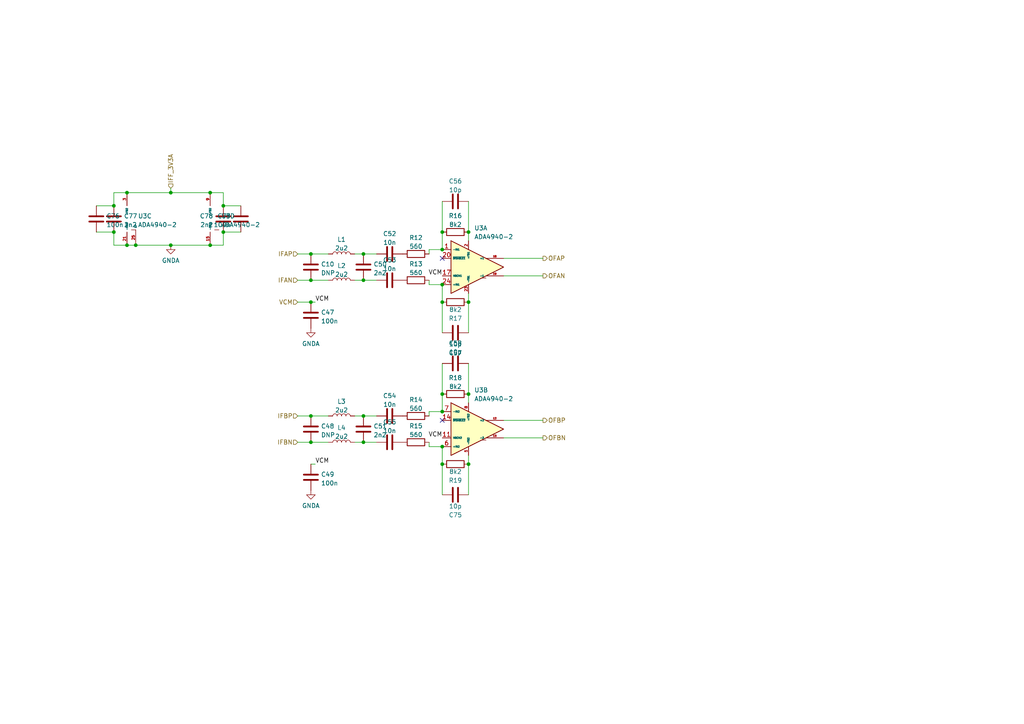
<source format=kicad_sch>
(kicad_sch (version 20230121) (generator eeschema)
  (paper "A4")
  (lib_symbols
    (symbol "Amplifier_Difference:ADA4940-2"
      (property "Reference" "U" (at 5.08 5.08 0))
      (property "Value" "ADA4940-2" (at 8.89 -5.08 0))
      (symbol "ADA4940-2_0_1"
        (polyline (pts (xy 5.08 -3.175) (xy 3.81 -3.175)))
      )
      (symbol "ADA4940-2_1_1"
        (polyline (pts (xy -5.08 7.62) (xy -5.08 -7.62) (xy 10.16 0) (xy -5.08 7.62)) (stroke (width 0.254)) (fill (type background)))
        (pin input line (at -7.62 5.08 0) (length 2.54) (name "-IN1") (number "1"))
        (pin input line (at -7.62 -2.54 0) (length 2.54) (name "VOCM1") (number "17"))
        (pin output line (at 10.16 2.54 180) (length 5.08) (name "+1") (number "18"))
        (pin output line (at 10.16 -2.54 180) (length 5.08) (name "-1") (number "19"))
        (pin input line (at 0 7.62 270) (length 2.54) (name "+FB1") (number "2"))
        (pin input line (at -7.62 2.54 0) (length 2.54) (name "~{DISABLE1}") (number "20"))
        (pin input line (at 0 -7.62 90) (length 2.54) (name "-FB1") (number "23"))
        (pin input line (at -7.62 -5.08 0) (length 2.54) (name "+IN1") (number "24"))
      )
      (symbol "ADA4940-2_2_1"
        (polyline (pts (xy -5.08 7.62) (xy -5.08 -7.62) (xy 10.16 0) (xy -5.08 7.62)) (stroke (width 0.254)) (fill (type background)))
        (pin input line (at -7.62 -2.54 0) (length 2.54) (name "VOCM2") (number "11"))
        (pin output line (at 10.16 2.54 180) (length 5.08) (name "+2") (number "12"))
        (pin output line (at 10.16 -2.54 180) (length 5.08) (name "-2") (number "13"))
        (pin input line (at -7.62 2.54 0) (length 2.54) (name "~{DISABLE2}") (number "14"))
        (pin input line (at 0 -7.62 90) (length 2.54) (name "-FB2") (number "5"))
        (pin input line (at -7.62 -5.08 0) (length 2.54) (name "+IN2") (number "6"))
        (pin input line (at -7.62 5.08 0) (length 2.54) (name "-IN2") (number "7"))
        (pin input line (at 0 7.62 270) (length 2.54) (name "+FB2") (number "8"))
      )
      (symbol "ADA4940-2_3_1"
        (pin input line (at 2.54 -7.62 90) (length 3.81) (name "-FB2") (number "21"))
        (pin input line (at 2.54 -7.62 90) (length 3.81) hide (name "-FB2") (number "22"))
        (pin passive line (at 5.08 -7.62 90) (length 4.445) (name "EP") (number "25"))
        (pin input line (at 2.54 7.62 270) (length 3.81) (name "+FB2") (number "3"))
        (pin input line (at 2.54 7.62 270) (length 3.81) hide (name "+FB2") (number "4"))
      )
      (symbol "ADA4940-2_4_1"
        (pin input line (at 2.54 7.62 270) (length 3.81) hide (name "+FB2") (number "10"))
        (pin input line (at 2.54 -7.62 90) (length 3.81) (name "-FB2") (number "15"))
        (pin input line (at 2.54 -7.62 90) (length 3.81) hide (name "-FB2") (number "16"))
        (pin input line (at 2.54 7.62 270) (length 3.81) (name "+FB2") (number "9"))
      )
    )
    (symbol "Device:C" (pin_numbers hide) (pin_names (offset 0.254))
      (property "Reference" "C" (at 0.635 2.54 0))
      (property "Value" "C" (at 0.635 -2.54 0))
      (symbol "C_0_1"
        (polyline (pts (xy -2.032 -0.762) (xy 2.032 -0.762)) (stroke (width 0.508)))
        (polyline (pts (xy -2.032 0.762) (xy 2.032 0.762)) (stroke (width 0.508)))
      )
      (symbol "C_1_1"
        (pin passive line (at 0 3.81 270) (length 2.794) (name "~") (number "1"))
        (pin passive line (at 0 -3.81 90) (length 2.794) (name "~") (number "2"))
      )
    )
    (symbol "Device:L" (pin_numbers hide) (pin_names (offset 1.016) hide)
      (property "Reference" "L" (at -1.27 0 90))
      (property "Value" "L" (at 1.905 0 90))
      (symbol "L_0_1"
        (arc (start 0 -2.54) (mid 0.6323 -1.905) (end 0 -1.27))
        (arc (start 0 -1.27) (mid 0.6323 -0.635) (end 0 0))
        (arc (start 0 0) (mid 0.6323 0.635) (end 0 1.27))
        (arc (start 0 1.27) (mid 0.6323 1.905) (end 0 2.54))
      )
      (symbol "L_1_1"
        (pin passive line (at 0 3.81 270) (length 1.27) (name "1") (number "1"))
        (pin passive line (at 0 -3.81 90) (length 1.27) (name "2") (number "2"))
      )
    )
    (symbol "Device:R" (pin_numbers hide) (pin_names (offset 0))
      (property "Reference" "R" (at 2.032 0 90))
      (property "Value" "R" (at 0 0 90))
      (symbol "R_0_1"
        (rectangle (start -1.016 -2.54) (end 1.016 2.54) (stroke (width 0.254)))
      )
      (symbol "R_1_1"
        (pin passive line (at 0 3.81 270) (length 1.27) (name "~") (number "1"))
        (pin passive line (at 0 -3.81 90) (length 1.27) (name "~") (number "2"))
      )
    )
    (symbol "power:GNDA" (power) (pin_names (offset 0))
      (property "Value" "GNDA" (at 0 -3.81 0))
      (symbol "GNDA_0_1"
        (polyline (pts (xy 0 0) (xy 0 -1.27) (xy 1.27 -1.27) (xy 0 -2.54) (xy -1.27 -1.27) (xy 0 -1.27)))
      )
      (symbol "GNDA_1_1"
        (pin power_in line (at 0 0 270) (length 0) hide (name "GNDA") (number "1"))
      )
    )
  )
  (junction (at 33.02 67.31))
  (junction (at 60.96 55.88))
  (junction (at 90.17 87.63))
  (junction (at 135.89 87.63))
  (junction (at 90.17 128.27))
  (junction (at 128.27 67.31))
  (junction (at 60.96 71.12))
  (junction (at 36.83 55.88))
  (junction (at 64.77 59.69))
  (junction (at 90.17 73.66))
  (junction (at 128.27 134.62))
  (junction (at 105.41 120.65))
  (junction (at 135.89 114.3))
  (junction (at 105.41 73.66))
  (junction (at 128.27 87.63))
  (junction (at 36.83 71.12))
  (junction (at 39.37 71.12))
  (junction (at 135.89 67.31))
  (junction (at 64.77 67.31))
  (junction (at 128.27 114.3))
  (junction (at 135.89 134.62))
  (junction (at 90.17 120.65))
  (junction (at 128.27 119.38))
  (junction (at 128.27 72.39))
  (junction (at 128.27 82.55))
  (junction (at 105.41 128.27))
  (junction (at 33.02 59.69))
  (junction (at 49.53 55.88))
  (junction (at 128.27 129.54))
  (junction (at 90.17 81.28))
  (junction (at 49.53 71.12))
  (junction (at 105.41 81.28))
  (no_connect (at 128.27 74.93))
  (no_connect (at 128.27 121.92))
  (wire (pts (xy 157.48 80.01) (xy 146.05 80.01)))
  (wire (pts (xy 124.46 72.39) (xy 128.27 72.39)))
  (wire (pts (xy 86.36 81.28) (xy 90.17 81.28)))
  (wire (pts (xy 128.27 87.63) (xy 128.27 96.52)))
  (wire (pts (xy 64.77 67.31) (xy 69.85 67.31)))
  (wire (pts (xy 60.96 55.88) (xy 49.53 55.88)))
  (wire (pts (xy 91.44 87.63) (xy 90.17 87.63)))
  (wire (pts (xy 128.27 82.55) (xy 128.27 87.63)))
  (wire (pts (xy 49.53 71.12) (xy 60.96 71.12)))
  (wire (pts (xy 135.89 105.41) (xy 135.89 114.3)))
  (wire (pts (xy 49.53 54.61) (xy 49.53 55.88)))
  (wire (pts (xy 90.17 128.27) (xy 95.25 128.27)))
  (wire (pts (xy 135.89 114.3) (xy 135.89 116.84)))
  (wire (pts (xy 109.22 120.65) (xy 105.41 120.65)))
  (wire (pts (xy 95.25 120.65) (xy 90.17 120.65)))
  (wire (pts (xy 157.48 121.92) (xy 146.05 121.92)))
  (wire (pts (xy 33.02 55.88) (xy 36.83 55.88)))
  (wire (pts (xy 27.94 59.69) (xy 33.02 59.69)))
  (wire (pts (xy 86.36 128.27) (xy 90.17 128.27)))
  (wire (pts (xy 128.27 67.31) (xy 128.27 72.39)))
  (wire (pts (xy 128.27 129.54) (xy 128.27 134.62)))
  (wire (pts (xy 128.27 105.41) (xy 128.27 114.3)))
  (wire (pts (xy 39.37 71.12) (xy 49.53 71.12)))
  (wire (pts (xy 90.17 81.28) (xy 95.25 81.28)))
  (wire (pts (xy 105.41 120.65) (xy 102.87 120.65)))
  (wire (pts (xy 124.46 120.65) (xy 124.46 119.38)))
  (wire (pts (xy 124.46 129.54) (xy 128.27 129.54)))
  (wire (pts (xy 36.83 55.88) (xy 49.53 55.88)))
  (wire (pts (xy 90.17 73.66) (xy 86.36 73.66)))
  (wire (pts (xy 124.46 82.55) (xy 128.27 82.55)))
  (wire (pts (xy 157.48 74.93) (xy 146.05 74.93)))
  (wire (pts (xy 33.02 67.31) (xy 33.02 71.12)))
  (wire (pts (xy 64.77 59.69) (xy 64.77 55.88)))
  (wire (pts (xy 90.17 120.65) (xy 86.36 120.65)))
  (wire (pts (xy 64.77 67.31) (xy 64.77 71.12)))
  (wire (pts (xy 86.36 87.63) (xy 90.17 87.63)))
  (wire (pts (xy 33.02 59.69) (xy 33.02 55.88)))
  (wire (pts (xy 124.46 73.66) (xy 124.46 72.39)))
  (wire (pts (xy 128.27 58.42) (xy 128.27 67.31)))
  (wire (pts (xy 135.89 67.31) (xy 135.89 69.85)))
  (wire (pts (xy 64.77 71.12) (xy 60.96 71.12)))
  (wire (pts (xy 105.41 128.27) (xy 102.87 128.27)))
  (wire (pts (xy 135.89 132.08) (xy 135.89 134.62)))
  (wire (pts (xy 135.89 134.62) (xy 135.89 143.51)))
  (wire (pts (xy 135.89 58.42) (xy 135.89 67.31)))
  (wire (pts (xy 95.25 73.66) (xy 90.17 73.66)))
  (wire (pts (xy 135.89 85.09) (xy 135.89 87.63)))
  (wire (pts (xy 91.44 134.62) (xy 90.17 134.62)))
  (wire (pts (xy 105.41 73.66) (xy 102.87 73.66)))
  (wire (pts (xy 64.77 59.69) (xy 69.85 59.69)))
  (wire (pts (xy 105.41 81.28) (xy 109.22 81.28)))
  (wire (pts (xy 64.77 55.88) (xy 60.96 55.88)))
  (wire (pts (xy 157.48 127) (xy 146.05 127)))
  (wire (pts (xy 135.89 87.63) (xy 135.89 96.52)))
  (wire (pts (xy 109.22 73.66) (xy 105.41 73.66)))
  (wire (pts (xy 105.41 128.27) (xy 109.22 128.27)))
  (wire (pts (xy 27.94 67.31) (xy 33.02 67.31)))
  (wire (pts (xy 128.27 114.3) (xy 128.27 119.38)))
  (wire (pts (xy 124.46 119.38) (xy 128.27 119.38)))
  (wire (pts (xy 128.27 134.62) (xy 128.27 143.51)))
  (wire (pts (xy 124.46 128.27) (xy 124.46 129.54)))
  (wire (pts (xy 36.83 71.12) (xy 39.37 71.12)))
  (wire (pts (xy 124.46 81.28) (xy 124.46 82.55)))
  (wire (pts (xy 105.41 81.28) (xy 102.87 81.28)))
  (wire (pts (xy 33.02 71.12) (xy 36.83 71.12)))
  (label "VCM" (at 128.27 80.01 180))
  (label "VCM" (at 91.44 134.62 0))
  (label "VCM" (at 91.44 87.63 0))
  (label "VCM" (at 128.27 127 180))
  (hierarchical_label "IFAN" (shape input) (at 86.36 81.28 180))
  (hierarchical_label "IFAP" (shape input) (at 86.36 73.66 180))
  (hierarchical_label "IFF_3V3A" (shape input) (at 49.53 54.61 90))
  (hierarchical_label "OFBP" (shape output) (at 157.48 121.92 0))
  (hierarchical_label "IFBN" (shape input) (at 86.36 128.27 180))
  (hierarchical_label "VCM" (shape input) (at 86.36 87.63 180))
  (hierarchical_label "OFBN" (shape output) (at 157.48 127 0))
  (hierarchical_label "OFAP" (shape output) (at 157.48 74.93 0))
  (hierarchical_label "OFAN" (shape output) (at 157.48 80.01 0))
  (hierarchical_label "IFBP" (shape input) (at 86.36 120.65 180))
  (symbol (lib_id "Device:L") (at 99.06 120.65 90) (unit 1)
    (property "Reference" "L3" (at 99.06 116.4422 90))
    (property "Value" "2u2" (at 99.06 118.9791 90))
    (property "Footprint" "Inductor_SMD:L_0603_1608Metric" (effects hide))
  )
  (symbol (lib_id "Device:C") (at 132.08 58.42 90) (unit 1)
    (property "Reference" "C56" (at 132.08 52.5612 90))
    (property "Value" "10p" (at 132.08 55.0981 90))
    (property "Footprint" "Capacitor_SMD:C_0402_1005Metric" (effects hide))
  )
  (symbol (lib_id "Device:C") (at 105.41 124.46 0) (unit 1)
    (property "Reference" "C51" (at 108.331 123.6253 0) (effects (justify left)))
    (property "Value" "2n2" (at 108.331 126.1622 0) (effects (justify left)))
    (property "Footprint" "Capacitor_SMD:C_0402_1005Metric" (effects hide))
  )
  (symbol (lib_id "Device:R") (at 120.65 128.27 90) (unit 1)
    (property "Reference" "R15" (at 120.65 123.5542 90))
    (property "Value" "560" (at 120.65 126.0911 90))
    (property "Footprint" "Resistor_SMD:R_0402_1005Metric" (effects hide))
  )
  (symbol (lib_id "Amplifier_Difference:ADA4940-2") (at 58.42 63.5 0) (unit 4)
    (property "Reference" "U3" (at 64.135 62.6653 0) (effects (justify left)))
    (property "Value" "ADA4940-2" (at 64.135 65.2022 0) (effects (justify left)))
    (property "Footprint" "Package_CSP:LFCSP-24-1EP_4x4mm_P0.5mm_EP2.5x2.5mm_ThermalVias" (effects hide))
    (property "Datasheet" "https://www.analog.com/media/en/technical-documentation/data-sheets/ADA4940-1_4940-2.pdf" (effects hide))
  )
  (symbol (lib_id "Device:R") (at 132.08 67.31 90) (unit 1)
    (property "Reference" "R16" (at 132.08 62.5942 90))
    (property "Value" "8k2" (at 132.08 65.1311 90))
    (property "Footprint" "Resistor_SMD:R_0402_1005Metric" (effects hide))
  )
  (symbol (lib_id "power:GNDA") (at 49.53 71.12 0) (unit 1)
    (property "Reference" "#PWR0144" (effects hide))
    (property "Value" "GNDA" (at 49.53 75.5634 0))
  )
  (symbol (lib_id "Device:L") (at 99.06 73.66 90) (unit 1)
    (property "Reference" "L1" (at 99.06 69.4522 90))
    (property "Value" "2u2" (at 99.06 71.9891 90))
    (property "Footprint" "Inductor_SMD:L_0603_1608Metric" (effects hide))
  )
  (symbol (lib_id "Device:C") (at 27.94 63.5 0) (unit 1)
    (property "Reference" "C76" (at 30.861 62.6653 0) (effects (justify left)))
    (property "Value" "100n" (at 30.861 65.2022 0) (effects (justify left)))
    (property "Footprint" "Capacitor_SMD:C_0402_1005Metric" (effects hide))
  )
  (symbol (lib_id "Device:R") (at 120.65 73.66 90) (unit 1)
    (property "Reference" "R12" (at 120.65 68.9442 90))
    (property "Value" "560" (at 120.65 71.4811 90))
    (property "Footprint" "Resistor_SMD:R_0402_1005Metric" (effects hide))
  )
  (symbol (lib_id "Device:C") (at 90.17 91.44 0) (unit 1)
    (property "Reference" "C47" (at 93.091 90.6053 0) (effects (justify left)))
    (property "Value" "100n" (at 93.091 93.1422 0) (effects (justify left)))
    (property "Footprint" "Capacitor_SMD:C_0402_1005Metric" (effects hide))
  )
  (symbol (lib_id "Device:C") (at 90.17 138.43 0) (unit 1)
    (property "Reference" "C49" (at 93.091 137.5953 0) (effects (justify left)))
    (property "Value" "100n" (at 93.091 140.1322 0) (effects (justify left)))
    (property "Footprint" "Capacitor_SMD:C_0402_1005Metric" (effects hide))
  )
  (symbol (lib_id "Device:C") (at 113.03 73.66 90) (unit 1)
    (property "Reference" "C52" (at 113.03 67.8012 90))
    (property "Value" "10n" (at 113.03 70.3381 90))
    (property "Footprint" "Capacitor_SMD:C_0402_1005Metric" (effects hide))
  )
  (symbol (lib_id "Device:R") (at 132.08 114.3 90) (unit 1)
    (property "Reference" "R18" (at 132.08 109.5842 90))
    (property "Value" "8k2" (at 132.08 112.1211 90))
    (property "Footprint" "Resistor_SMD:R_0402_1005Metric" (effects hide))
  )
  (symbol (lib_id "Device:R") (at 120.65 81.28 90) (unit 1)
    (property "Reference" "R13" (at 120.65 76.5642 90))
    (property "Value" "560" (at 120.65 79.1011 90))
    (property "Footprint" "Resistor_SMD:R_0402_1005Metric" (effects hide))
  )
  (symbol (lib_id "Amplifier_Difference:ADA4940-2") (at 135.89 77.47 0) (unit 1)
    (property "Reference" "U3" (at 137.5411 66.1502 0) (effects (justify left)))
    (property "Value" "ADA4940-2" (at 137.5411 68.6871 0) (effects (justify left)))
    (property "Footprint" "Package_CSP:LFCSP-24-1EP_4x4mm_P0.5mm_EP2.5x2.5mm_ThermalVias" (effects hide))
    (property "Datasheet" "https://www.analog.com/media/en/technical-documentation/data-sheets/ADA4940-1_4940-2.pdf" (effects hide))
  )
  (symbol (lib_id "Device:L") (at 99.06 128.27 90) (unit 1)
    (property "Reference" "L4" (at 99.06 124.0622 90))
    (property "Value" "2u2" (at 99.06 126.5991 90))
    (property "Footprint" "Inductor_SMD:L_0603_1608Metric" (effects hide))
  )
  (symbol (lib_id "Device:C") (at 90.17 124.46 0) (unit 1)
    (property "Reference" "C48" (at 93.091 123.6253 0) (effects (justify left)))
    (property "Value" "DNP" (at 93.091 126.1622 0) (effects (justify left)))
    (property "Footprint" "Capacitor_SMD:C_0402_1005Metric" (effects hide))
  )
  (symbol (lib_id "power:GNDA") (at 90.17 95.25 0) (unit 1)
    (property "Reference" "#PWR0141" (effects hide))
    (property "Value" "GNDA" (at 90.17 99.6934 0))
  )
  (symbol (lib_id "Amplifier_Difference:ADA4940-2") (at 135.89 124.46 0) (unit 2)
    (property "Reference" "U3" (at 137.5411 113.1402 0) (effects (justify left)))
    (property "Value" "ADA4940-2" (at 137.5411 115.6771 0) (effects (justify left)))
    (property "Footprint" "Package_CSP:LFCSP-24-1EP_4x4mm_P0.5mm_EP2.5x2.5mm_ThermalVias" (effects hide))
    (property "Datasheet" "https://www.analog.com/media/en/technical-documentation/data-sheets/ADA4940-1_4940-2.pdf" (effects hide))
  )
  (symbol (lib_id "Device:C") (at 105.41 77.47 0) (unit 1)
    (property "Reference" "C50" (at 108.331 76.6353 0) (effects (justify left)))
    (property "Value" "2n2" (at 108.331 79.1722 0) (effects (justify left)))
    (property "Footprint" "Capacitor_SMD:C_0402_1005Metric" (effects hide))
  )
  (symbol (lib_id "Device:R") (at 132.08 87.63 270) (unit 1)
    (property "Reference" "R17" (at 132.08 92.3458 90))
    (property "Value" "8k2" (at 132.08 89.8089 90))
    (property "Footprint" "Resistor_SMD:R_0402_1005Metric" (effects hide))
  )
  (symbol (lib_id "Device:L") (at 99.06 81.28 90) (unit 1)
    (property "Reference" "L2" (at 99.06 77.0722 90))
    (property "Value" "2u2" (at 99.06 79.6091 90))
    (property "Footprint" "Inductor_SMD:L_0603_1608Metric" (effects hide))
  )
  (symbol (lib_id "Device:C") (at 132.08 105.41 90) (unit 1)
    (property "Reference" "C58" (at 132.08 99.5512 90))
    (property "Value" "10p" (at 132.08 102.0881 90))
    (property "Footprint" "Capacitor_SMD:C_0402_1005Metric" (effects hide))
  )
  (symbol (lib_id "Device:C") (at 33.02 63.5 0) (unit 1)
    (property "Reference" "C77" (at 35.941 62.6653 0) (effects (justify left)))
    (property "Value" "2n2" (at 35.941 65.2022 0) (effects (justify left)))
    (property "Footprint" "Capacitor_SMD:C_0402_1005Metric" (effects hide))
  )
  (symbol (lib_id "Device:C") (at 90.17 77.47 0) (unit 1)
    (property "Reference" "C10" (at 93.091 76.6353 0) (effects (justify left)))
    (property "Value" "DNP" (at 93.091 79.1722 0) (effects (justify left)))
    (property "Footprint" "Capacitor_SMD:C_0402_1005Metric" (effects hide))
  )
  (symbol (lib_id "Device:C") (at 132.08 96.52 270) (unit 1)
    (property "Reference" "C57" (at 132.08 102.3788 90))
    (property "Value" "10p" (at 132.08 99.8419 90))
    (property "Footprint" "Capacitor_SMD:C_0402_1005Metric" (effects hide))
  )
  (symbol (lib_id "Device:C") (at 113.03 81.28 90) (unit 1)
    (property "Reference" "C53" (at 113.03 75.4212 90))
    (property "Value" "10n" (at 113.03 77.9581 90))
    (property "Footprint" "Capacitor_SMD:C_0402_1005Metric" (effects hide))
  )
  (symbol (lib_id "Amplifier_Difference:ADA4940-2") (at 34.29 63.5 0) (unit 3)
    (property "Reference" "U3" (at 40.005 62.6653 0) (effects (justify left)))
    (property "Value" "ADA4940-2" (at 40.005 65.2022 0) (effects (justify left)))
    (property "Footprint" "Package_CSP:LFCSP-24-1EP_4x4mm_P0.5mm_EP2.5x2.5mm_ThermalVias" (effects hide))
    (property "Datasheet" "https://www.analog.com/media/en/technical-documentation/data-sheets/ADA4940-1_4940-2.pdf" (effects hide))
  )
  (symbol (lib_id "Device:C") (at 113.03 128.27 90) (unit 1)
    (property "Reference" "C55" (at 113.03 122.4112 90))
    (property "Value" "10n" (at 113.03 124.9481 90))
    (property "Footprint" "Capacitor_SMD:C_0402_1005Metric" (effects hide))
  )
  (symbol (lib_id "Device:C") (at 69.85 63.5 0) (mirror y) (unit 1)
    (property "Reference" "C79" (at 66.929 62.6653 0) (effects (justify left)))
    (property "Value" "100n" (at 66.929 65.2022 0) (effects (justify left)))
    (property "Footprint" "Capacitor_SMD:C_0402_1005Metric" (effects hide))
  )
  (symbol (lib_id "Device:C") (at 64.77 63.5 0) (mirror y) (unit 1)
    (property "Reference" "C78" (at 61.849 62.6653 0) (effects (justify left)))
    (property "Value" "2n2" (at 61.849 65.2022 0) (effects (justify left)))
    (property "Footprint" "Capacitor_SMD:C_0402_1005Metric" (effects hide))
  )
  (symbol (lib_id "Device:R") (at 132.08 134.62 270) (unit 1)
    (property "Reference" "R19" (at 132.08 139.3358 90))
    (property "Value" "8k2" (at 132.08 136.7989 90))
    (property "Footprint" "Resistor_SMD:R_0402_1005Metric" (effects hide))
  )
  (symbol (lib_id "power:GNDA") (at 90.17 142.24 0) (unit 1)
    (property "Reference" "#PWR0142" (effects hide))
    (property "Value" "GNDA" (at 90.17 146.6834 0))
  )
  (symbol (lib_id "Device:C") (at 113.03 120.65 90) (unit 1)
    (property "Reference" "C54" (at 113.03 114.7912 90))
    (property "Value" "10n" (at 113.03 117.3281 90))
    (property "Footprint" "Capacitor_SMD:C_0402_1005Metric" (effects hide))
  )
  (symbol (lib_id "Device:C") (at 132.08 143.51 270) (unit 1)
    (property "Reference" "C75" (at 132.08 149.3688 90))
    (property "Value" "10p" (at 132.08 146.8319 90))
    (property "Footprint" "Capacitor_SMD:C_0402_1005Metric" (effects hide))
  )
  (symbol (lib_id "Device:R") (at 120.65 120.65 90) (unit 1)
    (property "Reference" "R14" (at 120.65 115.9342 90))
    (property "Value" "560" (at 120.65 118.4711 90))
    (property "Footprint" "Resistor_SMD:R_0402_1005Metric" (effects hide))
  )
)
</source>
